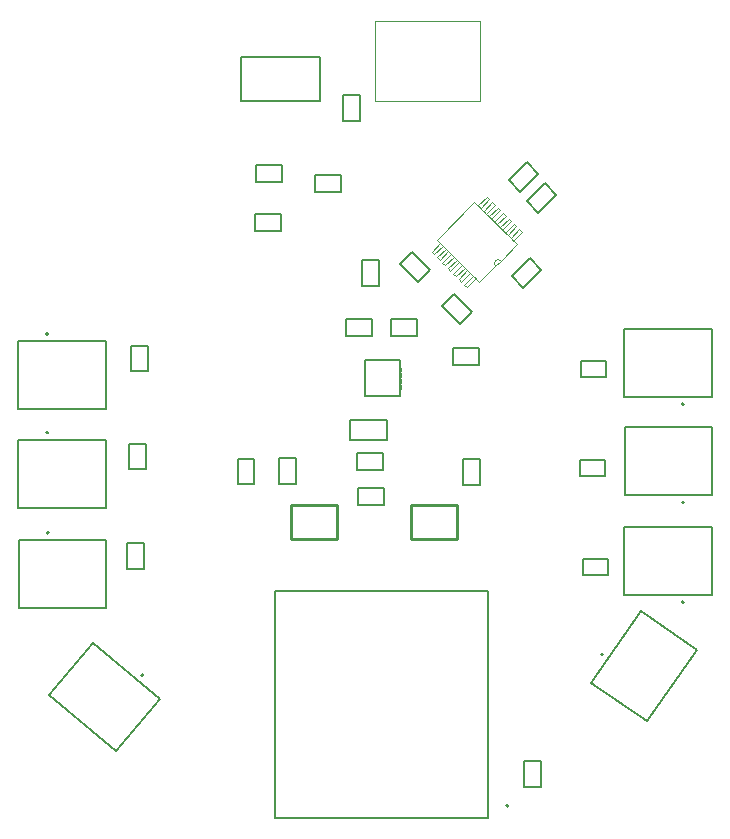
<source format=gbr>
%TF.GenerationSoftware,Altium Limited,Altium Designer,22.2.1 (43)*%
G04 Layer_Color=16711935*
%FSLAX45Y45*%
%MOMM*%
%TF.SameCoordinates,E85C5352-B1E5-4D08-830E-0896481A3A09*%
%TF.FilePolarity,Positive*%
%TF.FileFunction,Other,Mechanical_13*%
%TF.Part,Single*%
G01*
G75*
%TA.AperFunction,NonConductor*%
%ADD69C,0.20000*%
%ADD70C,0.12700*%
%ADD72C,0.25400*%
%ADD73C,0.10000*%
%ADD115C,0.00000*%
D69*
X7710200Y8529640D02*
G03*
X7710200Y8529640I-10000J0D01*
G01*
X8515661Y6478162D02*
G03*
X8515661Y6478162I-10000J0D01*
G01*
X12406728Y6651558D02*
G03*
X12406728Y6651558I-10000J0D01*
G01*
X13091000Y8770300D02*
G03*
X13091000Y8770300I-10000J0D01*
G01*
X13094080Y7940560D02*
G03*
X13094080Y7940560I-10000J0D01*
G01*
X13091000Y7093900D02*
G03*
X13091000Y7093900I-10000J0D01*
G01*
X7710740Y9365300D02*
G03*
X7710740Y9365300I-10000J0D01*
G01*
X7715280Y7683820D02*
G03*
X7715280Y7683820I-10000J0D01*
G01*
X11607405Y5371540D02*
G03*
X11607405Y5371540I-10000J0D01*
G01*
D70*
X8195198Y7892141D02*
Y8467141D01*
X7455200Y7892141D02*
X8195198D01*
X7455200D02*
Y8467141D01*
X8195198D01*
X8395823Y8220659D02*
X8535822D01*
X8395818Y8436661D02*
X8535822D01*
Y8220659D02*
Y8436661D01*
X8395818D02*
X8395823Y8220659D01*
X11141510Y9704493D02*
X11297073Y9548930D01*
X11039687Y9602670D02*
X11195250Y9447107D01*
X11039687Y9602670D02*
X11141510Y9704493D01*
X11195250Y9447107D02*
X11297073Y9548930D01*
X10364860Y9770600D02*
Y9990600D01*
X10508860Y9770600D02*
Y9990600D01*
X10364860D02*
X10508860D01*
X10364860Y9770600D02*
X10508860D01*
X11137120Y9249020D02*
X11357120D01*
X11137120Y9105020D02*
X11357120D01*
Y9249020D01*
X11137120Y9105020D02*
Y9249020D01*
X10321780Y8354940D02*
X10541780D01*
X10321780Y8210940D02*
X10541780D01*
Y8354940D01*
X10321780Y8210940D02*
Y8354940D01*
X10331940Y8065380D02*
X10551940D01*
X10331940Y7921380D02*
X10551940D01*
Y8065380D01*
X10331940Y7921380D02*
Y8065380D01*
X9463260Y10240400D02*
X9683260D01*
X9463260Y10384400D02*
X9683260D01*
Y10240400D02*
Y10384400D01*
X9463260Y10240400D02*
Y10384400D01*
X9465800Y10654420D02*
X9685800D01*
X9465800Y10798420D02*
X9685800D01*
Y10654420D02*
Y10798420D01*
X9465800Y10654420D02*
Y10798420D01*
X10207380Y11165060D02*
Y11385060D01*
X10351380Y11165060D02*
Y11385060D01*
X10207380Y11165060D02*
X10351380D01*
X10207380Y11385060D02*
X10351380D01*
X9807820Y8094200D02*
Y8314200D01*
X9663820Y8094200D02*
Y8314200D01*
X9807820D01*
X9663820Y8094200D02*
X9807820D01*
X11367380Y8084040D02*
Y8304040D01*
X11223380Y8084040D02*
Y8304040D01*
X11367380D01*
X11223380Y8084040D02*
X11367380D01*
X10261620Y8639720D02*
X10581620D01*
X10261620Y8469720D02*
X10581620D01*
Y8639720D01*
X10261620Y8469720D02*
Y8639720D01*
X7716691Y6307988D02*
X8086294Y6748463D01*
X7716691Y6307988D02*
X8283564Y5832325D01*
X8653167Y6272801D01*
X8086294Y6748463D02*
X8653167Y6272801D01*
X9455300Y8093660D02*
Y8309660D01*
X9315300Y8093660D02*
Y8309660D01*
Y8093660D02*
X9455300D01*
X9315300Y8309660D02*
X9455300D01*
X10391140Y8841740D02*
Y9141460D01*
X10690860D01*
Y8841740D02*
Y9141460D01*
X10391140Y8841740D02*
X10690860D01*
X12307397Y6415019D02*
X12731847Y7021190D01*
X12307397Y6415019D02*
X12778410Y6085210D01*
X13202859Y6691386D01*
X12731847Y7021190D02*
X13202859Y6691386D01*
X12586000Y8832799D02*
X13325998D01*
Y9407799D01*
X12586000D02*
X13325998D01*
X12586000Y8832799D02*
Y9407799D01*
X12589078Y8003062D02*
X13329082D01*
Y8578063D01*
X12589078D02*
X13329082D01*
X12589078Y8003062D02*
Y8578063D01*
X12586000Y7156399D02*
X13325998D01*
Y7731399D01*
X12586000D02*
X13325998D01*
X12586000Y7156399D02*
Y7731399D01*
X7455738Y9302801D02*
X8195742D01*
X7455738Y8727801D02*
Y9302801D01*
Y8727801D02*
X8195742D01*
Y9302801D01*
X7460280Y7621321D02*
X8200278D01*
X7460280Y7046321D02*
Y7621321D01*
Y7046321D02*
X8200278D01*
Y7621321D01*
X9632406Y5265542D02*
X11432408D01*
X9632406D02*
Y7185538D01*
X11432408D01*
Y5265542D02*
Y7185538D01*
X9338859Y11337981D02*
Y11709979D01*
X10010861D01*
Y11337981D02*
Y11709979D01*
X9338859Y11337981D02*
X10010861D01*
X10447802Y9351401D02*
Y9495399D01*
X10227798Y9351401D02*
Y9495399D01*
X10447802D01*
X10227798Y9351401D02*
X10447802D01*
X10608798D02*
Y9495399D01*
X10828802Y9351401D02*
Y9495399D01*
X10608798Y9351401D02*
X10828802D01*
X10608798Y9495399D02*
X10828802D01*
X11634333Y9853732D02*
X11733332Y9754733D01*
X11787068Y10006467D02*
X11886067Y9907468D01*
X11733332Y9754733D02*
X11886067Y9907468D01*
X11634333Y9853732D02*
X11787068Y10006467D01*
X10842188Y9808073D02*
X10941187Y9907072D01*
X10689453Y9960808D02*
X10788452Y10059807D01*
X10941187Y9907072D01*
X10689453Y9960808D02*
X10842188Y9808073D01*
X11761333Y10488732D02*
X11860332Y10389733D01*
X11914068Y10641467D02*
X12013067Y10542468D01*
X11860332Y10389733D02*
X12013067Y10542468D01*
X11761333Y10488732D02*
X11914068Y10641467D01*
X11608933Y10666532D02*
X11707932Y10567533D01*
X11761668Y10819267D02*
X11860667Y10720268D01*
X11707932Y10567533D02*
X11860667Y10720268D01*
X11608933Y10666532D02*
X11761668Y10819267D01*
X8411058Y9048699D02*
Y9264701D01*
X8551062Y9048699D02*
Y9264701D01*
X8411058D02*
X8551062D01*
X8411058Y9048699D02*
X8551062D01*
X8378038Y7593381D02*
X8378043Y7377379D01*
X8518042D02*
Y7593381D01*
X8378038D02*
X8518042D01*
X8378043Y7377379D02*
X8518042D01*
X12219102Y9137802D02*
X12435098D01*
X12219102Y8997798D02*
X12435098D01*
Y9137802D01*
X12219102Y8997798D02*
Y9137802D01*
X12236399Y7461402D02*
X12452401D01*
X12236399Y7321398D02*
X12452401Y7321403D01*
Y7461402D01*
X12236399Y7321398D02*
Y7461402D01*
X12210999Y8299602D02*
X12427001D01*
X12210999Y8159598D02*
X12427001D01*
Y8299602D01*
X12210999Y8159598D02*
Y8299602D01*
X9968662Y10570058D02*
Y10710062D01*
X10184658Y10570058D02*
Y10710062D01*
X9968662Y10570058D02*
X10184658D01*
X9968662Y10710062D02*
X10184658D01*
X11740998Y5530799D02*
X11881002D01*
X11740998Y5746801D02*
X11881002D01*
Y5530799D02*
Y5746801D01*
X11740998Y5530799D02*
Y5746801D01*
D72*
X9761799Y7627402D02*
X10151801D01*
X9761799Y7917398D02*
X10151801D01*
X9761799Y7627402D02*
Y7917398D01*
Y7627402D02*
X10151801D01*
Y7917398D01*
X9761799D02*
X10151801D01*
X10777799D02*
X11167801D01*
X10777799Y7627402D02*
X11167801D01*
Y7917398D01*
X10777799D02*
X11167801D01*
X10777799Y7627402D02*
Y7917398D01*
Y7627402D02*
X11167801D01*
D73*
X10472860Y11339580D02*
X11366860D01*
X10472860D02*
Y12019580D01*
X11366860D01*
Y11339580D02*
Y12019580D01*
D115*
X11539718Y9986707D02*
G03*
X11496613Y9943602I-21553J-21553D01*
G01*
X10690860Y9052560D02*
Y9080500D01*
X10695940D01*
Y9052560D02*
Y9080500D01*
X10690860Y9052560D02*
X10695940D01*
X10690860Y9001760D02*
Y9032240D01*
X10695940D01*
Y9001760D02*
Y9032240D01*
X10690860Y9001760D02*
X10695940D01*
X10690860Y8950960D02*
Y8981440D01*
X10695940D01*
Y8950960D02*
Y8981440D01*
X10690860Y8950960D02*
X10695940D01*
X10690860Y8902700D02*
Y8930640D01*
X10695940D01*
Y8902700D02*
Y8930640D01*
X10690860Y8902700D02*
X10695940D01*
X10601960Y8841740D02*
X10629900D01*
Y8836660D02*
Y8841740D01*
X10601960Y8836660D02*
X10629900D01*
X10601960D02*
Y8841740D01*
X10551160D02*
X10581640D01*
Y8836660D02*
Y8841740D01*
X10551160Y8836660D02*
X10581640D01*
X10551160D02*
Y8841740D01*
X10500360D02*
X10530840D01*
Y8836660D02*
Y8841740D01*
X10500360Y8836660D02*
X10530840D01*
X10500360D02*
Y8841740D01*
X10452100D02*
X10480040D01*
Y8836660D02*
Y8841740D01*
X10452100Y8836660D02*
X10480040D01*
X10452100D02*
Y8841740D01*
X10391140Y8902700D02*
Y8930640D01*
X10386060Y8902700D02*
X10391140D01*
Y8950960D02*
Y8981440D01*
X10386060Y8950960D02*
X10391140D01*
X10386060D02*
Y8981440D01*
X10391140D01*
Y9001760D02*
Y9032240D01*
X10386060Y9001760D02*
X10391140D01*
X10386060D02*
Y9032240D01*
X10391140D01*
Y9052560D02*
Y9080500D01*
X10386060Y9052560D02*
X10391140D01*
X10386060D02*
Y9080500D01*
X10391140D01*
X10452100Y9141460D02*
X10480040D01*
X10452100D02*
Y9146540D01*
X10480040D01*
Y9141460D02*
Y9146540D01*
X10500360Y9141460D02*
X10530840D01*
X10500360D02*
Y9146540D01*
X10530840D01*
Y9141460D02*
Y9146540D01*
X10551160Y9141460D02*
X10581640D01*
X10551160D02*
Y9146540D01*
X10581640D01*
Y9141460D02*
Y9146540D01*
X10601960Y9141460D02*
X10629900D01*
X10601960D02*
Y9146540D01*
X10629900D01*
Y9141460D02*
Y9146540D01*
X11318804Y10484216D02*
X11678016Y10125004D01*
X11539718Y9986706D02*
X11678016Y10125004D01*
X11496614Y9943602D02*
X11539718Y9986706D01*
X11358316Y9805304D02*
X11496614Y9943602D01*
X10999104Y10164516D02*
X11358316Y9805304D01*
X10999104Y10164516D02*
X11318804Y10484216D01*
X11254146Y9762200D02*
X11327785Y9835840D01*
X11232591Y9783755D02*
X11254146Y9762200D01*
X11232591Y9783755D02*
X11306231Y9857389D01*
X11327785Y9835840D01*
X11207450Y9808896D02*
X11281085Y9882535D01*
X11185896Y9830450D02*
X11207450Y9808896D01*
X11185896Y9830450D02*
X11259536Y9904090D01*
X11281085Y9882535D01*
X11162548Y9853798D02*
X11236188Y9927438D01*
X11140994Y9875352D02*
X11162548Y9853798D01*
X11140994Y9875352D02*
X11214633Y9948992D01*
X11236188Y9927438D01*
X11115848Y9900498D02*
X11189487Y9974138D01*
X11094298Y9922048D02*
X11115848Y9900498D01*
X11094298Y9922048D02*
X11167933Y9995687D01*
X11189487Y9974138D01*
X11069152Y9947194D02*
X11142792Y10020833D01*
X11047598Y9968748D02*
X11069152Y9947194D01*
X11047598Y9968748D02*
X11121238Y10042383D01*
X11142792Y10020833D01*
X11024250Y9992096D02*
X11097890Y10065736D01*
X11002701Y10013650D02*
X11024250Y9992096D01*
X11002701Y10013650D02*
X11076335Y10087285D01*
X11097890Y10065736D01*
X10977555Y10038791D02*
X11051195Y10112431D01*
X10956000Y10060346D02*
X10977555Y10038791D01*
X10956000Y10060346D02*
X11029640Y10133985D01*
X11051195Y10112431D01*
X11349335Y10453680D02*
X11422974Y10527320D01*
X11444529Y10505765D01*
X11370889Y10432131D02*
X11444529Y10505765D01*
X11349335Y10453680D02*
X11370889Y10432131D01*
X11396035Y10406985D02*
X11469670Y10480624D01*
X11491224Y10459070D01*
X11417584Y10385430D02*
X11491224Y10459070D01*
X11396035Y10406985D02*
X11417584Y10385430D01*
X11440932Y10362082D02*
X11514572Y10435722D01*
X11536126Y10414168D01*
X11462487Y10340528D02*
X11536126Y10414168D01*
X11440932Y10362082D02*
X11462487Y10340528D01*
X11487633Y10315387D02*
X11561272Y10389022D01*
X11582822Y10367472D01*
X11509187Y10293833D02*
X11582822Y10367472D01*
X11487633Y10315387D02*
X11509187Y10293833D01*
X11534328Y10268687D02*
X11607968Y10342326D01*
X11629522Y10320772D01*
X11555882Y10247137D02*
X11629522Y10320772D01*
X11534328Y10268687D02*
X11555882Y10247137D01*
X11579230Y10223784D02*
X11652870Y10297424D01*
X11674419Y10275870D01*
X11600785Y10202235D02*
X11674419Y10275870D01*
X11579230Y10223784D02*
X11600785Y10202235D01*
X11625925Y10177089D02*
X11699565Y10250729D01*
X11721120Y10229174D01*
X11647480Y10155535D02*
X11721120Y10229174D01*
X11625925Y10177089D02*
X11647480Y10155535D01*
%TF.MD5,2614bcee2fe23b78b709b8edfe7fb56e*%
M02*

</source>
